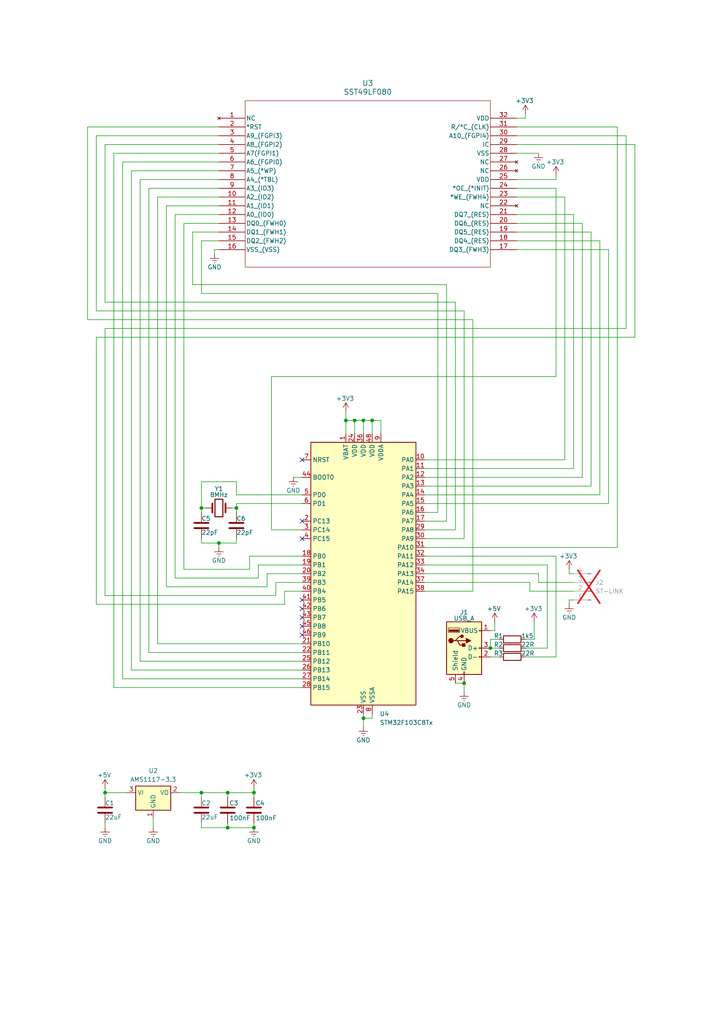
<source format=kicad_sch>
(kicad_sch (version 20231120) (generator "eeschema") (generator_version "8.0")
  (paper "A4" portrait)
  (lib_symbols
    (symbol "39-49-mod1:SST49LF080" (pin_names (offset 0.254))
      (property "Reference" "U" (at 43.18 10.16 0))
      (property "Value" "SST49LF080" (at 43.18 7.62 0))
      (symbol "SST49LF080_0_1"
        (polyline (pts (xy 7.62 -43.18) (xy 78.74 -43.18)) (stroke (width 0.127)))
        (polyline (pts (xy 7.62 5.08) (xy 7.62 -43.18)) (stroke (width 0.127)))
        (polyline (pts (xy 78.74 -43.18) (xy 78.74 5.08)) (stroke (width 0.127)))
        (polyline (pts (xy 78.74 5.08) (xy 7.62 5.08)) (stroke (width 0.127)))
        (pin no_connect line (at 0 0 0) (length 7.62) (name "NC") (number "1"))
        (pin input line (at 0 -22.86 0) (length 7.62) (name "A2_(ID2)") (number "10"))
        (pin input line (at 0 -25.4 0) (length 7.62) (name "A1_(ID1)") (number "11"))
        (pin input line (at 0 -27.94 0) (length 7.62) (name "A0_(ID0)") (number "12"))
        (pin bidirectional line (at 0 -30.48 0) (length 7.62) (name "DQ0_(FWH0)") (number "13"))
        (pin bidirectional line (at 0 -33.02 0) (length 7.62) (name "DQ1_(FWH1)") (number "14"))
        (pin bidirectional line (at 0 -35.56 0) (length 7.62) (name "DQ2_(FWH2)") (number "15"))
        (pin power_in line (at 0 -38.1 0) (length 7.62) (name "VSS_(VSS)") (number "16"))
        (pin bidirectional line (at 86.36 -38.1 180) (length 7.62) (name "DQ3_(FWH3)") (number "17"))
        (pin input line (at 86.36 -35.56 180) (length 7.62) (name "DQ4_(RES)") (number "18"))
        (pin input line (at 86.36 -33.02 180) (length 7.62) (name "DQ5_(RES)") (number "19"))
        (pin input line (at 0 -2.54 0) (length 7.62) (name "*RST") (number "2"))
        (pin input line (at 86.36 -30.48 180) (length 7.62) (name "DQ6_(RES)") (number "20"))
        (pin input line (at 86.36 -27.94 180) (length 7.62) (name "DQ7_(RES)") (number "21"))
        (pin no_connect line (at 86.36 -25.4 180) (length 7.62) (name "NC") (number "22"))
        (pin bidirectional line (at 86.36 -22.86 180) (length 7.62) (name "*WE_(FWH4)") (number "23"))
        (pin input line (at 86.36 -20.32 180) (length 7.62) (name "*OE_(*INIT)") (number "24"))
        (pin power_in line (at 86.36 -17.78 180) (length 7.62) (name "VDD") (number "25"))
        (pin no_connect line (at 86.36 -15.24 180) (length 7.62) (name "NC") (number "26"))
        (pin no_connect line (at 86.36 -12.7 180) (length 7.62) (name "NC") (number "27"))
        (pin power_in line (at 86.36 -10.16 180) (length 7.62) (name "VSS") (number "28"))
        (pin input line (at 86.36 -7.62 180) (length 7.62) (name "IC") (number "29"))
        (pin input line (at 0 -5.08 0) (length 7.62) (name "A9_(FGPI3)") (number "3"))
        (pin input line (at 86.36 -5.08 180) (length 7.62) (name "A10_(FGPI4)") (number "30"))
        (pin input line (at 86.36 -2.54 180) (length 7.62) (name "R/*C_(CLK)") (number "31"))
        (pin power_in line (at 86.36 0 180) (length 7.62) (name "VDD") (number "32"))
        (pin input line (at 0 -7.62 0) (length 7.62) (name "A8_(FGPI2)") (number "4"))
        (pin input line (at 0 -10.16 0) (length 7.62) (name "A7(FGPI1)") (number "5"))
        (pin input line (at 0 -12.7 0) (length 7.62) (name "A6_(FGPI0)") (number "6"))
        (pin input line (at 0 -15.24 0) (length 7.62) (name "A5_(*WP)") (number "7"))
        (pin input line (at 0 -17.78 0) (length 7.62) (name "A4_(*TBL)") (number "8"))
        (pin input line (at 0 -20.32 0) (length 7.62) (name "A3_(ID3)") (number "9"))
      )
    )
    (symbol "Connector:Conn_01x04_Pin" (pin_names (offset 1.016) hide)
      (property "Reference" "J" (at 0 5.08 0))
      (property "Value" "Conn_01x04_Pin" (at 0 -7.62 0))
      (symbol "Conn_01x04_Pin_1_1"
        (polyline (pts (xy 1.27 -5.08) (xy 0.8636 -5.08)) (stroke (width 0.1524)))
        (polyline (pts (xy 1.27 -2.54) (xy 0.8636 -2.54)) (stroke (width 0.1524)))
        (polyline (pts (xy 1.27 0) (xy 0.8636 0)) (stroke (width 0.1524)))
        (polyline (pts (xy 1.27 2.54) (xy 0.8636 2.54)) (stroke (width 0.1524)))
        (rectangle (start 0.8636 -4.953) (end 0 -5.207) (stroke (width 0.1524)) (fill (type outline)))
        (rectangle (start 0.8636 -2.413) (end 0 -2.667) (stroke (width 0.1524)) (fill (type outline)))
        (rectangle (start 0.8636 0.127) (end 0 -0.127) (stroke (width 0.1524)) (fill (type outline)))
        (rectangle (start 0.8636 2.667) (end 0 2.413) (stroke (width 0.1524)) (fill (type outline)))
        (pin passive line (at 5.08 2.54 180) (length 3.81) (name "Pin_1") (number "1"))
        (pin passive line (at 5.08 0 180) (length 3.81) (name "Pin_2") (number "2"))
        (pin passive line (at 5.08 -2.54 180) (length 3.81) (name "Pin_3") (number "3"))
        (pin passive line (at 5.08 -5.08 180) (length 3.81) (name "Pin_4") (number "4"))
      )
    )
    (symbol "Connector:USB_A" (pin_names (offset 1.016))
      (property "Reference" "J" (at -5.08 11.43 0))
      (property "Value" "USB_A" (at -5.08 8.89 0))
      (symbol "USB_A_0_1"
        (rectangle (start -5.08 -7.62) (end 5.08 7.62) (stroke (width 0.254)) (fill (type background)))
        (circle (center -3.81 2.159) (radius 0.635) (stroke (width 0.254)) (fill (type outline)))
        (rectangle (start -1.524 4.826) (end -4.318 5.334) (fill (type outline)))
        (rectangle (start -1.27 4.572) (end -4.572 5.842))
        (circle (center -0.635 3.429) (radius 0.381) (stroke (width 0.254)) (fill (type outline)))
        (rectangle (start -0.127 -7.62) (end 0.127 -6.858))
        (polyline (pts (xy -3.175 2.159) (xy -2.54 2.159) (xy -1.27 3.429) (xy -0.635 3.429)) (stroke (width 0.254)))
        (polyline (pts (xy -2.54 2.159) (xy -1.905 2.159) (xy -1.27 0.889) (xy 0 0.889)) (stroke (width 0.254)))
        (polyline (pts (xy 0.635 2.794) (xy 0.635 1.524) (xy 1.905 2.159) (xy 0.635 2.794)) (stroke (width 0.254)) (fill (type outline)))
        (rectangle (start 0.254 1.27) (end -0.508 0.508) (stroke (width 0.254)) (fill (type outline)))
        (rectangle (start 5.08 -2.667) (end 4.318 -2.413))
        (rectangle (start 5.08 -0.127) (end 4.318 0.127))
        (rectangle (start 5.08 4.953) (end 4.318 5.207))
      )
      (symbol "USB_A_1_1"
        (polyline (pts (xy -1.905 2.159) (xy 0.635 2.159)) (stroke (width 0.254)))
        (pin power_in line (at 7.62 5.08 180) (length 2.54) (name "VBUS") (number "1"))
        (pin bidirectional line (at 7.62 -2.54 180) (length 2.54) (name "D-") (number "2"))
        (pin bidirectional line (at 7.62 0 180) (length 2.54) (name "D+") (number "3"))
        (pin power_in line (at 0 -10.16 90) (length 2.54) (name "GND") (number "4"))
        (pin passive line (at -2.54 -10.16 90) (length 2.54) (name "Shield") (number "5"))
      )
    )
    (symbol "Device:C" (pin_numbers hide) (pin_names (offset 0.254))
      (property "Reference" "C1" (at 3.81 1.2701 0))
      (property "Value" "12pF" (at 3.81 -1.2699 0))
      (symbol "C_0_1"
        (polyline (pts (xy -2.032 -0.762) (xy 2.032 -0.762)) (stroke (width 0.508)))
        (polyline (pts (xy -2.032 0.762) (xy 2.032 0.762)) (stroke (width 0.508)))
      )
      (symbol "C_1_1"
        (pin passive line (at 0 3.81 270) (length 2.794) (name "~") (number "1"))
        (pin passive line (at 0 -3.81 90) (length 2.794) (name "~") (number "2"))
      )
    )
    (symbol "Device:Crystal" (pin_numbers hide) (pin_names (offset 1.016) hide)
      (property "Reference" "Y" (at 0 3.81 0))
      (property "Value" "Crystal" (at 0 -3.81 0))
      (symbol "Crystal_0_1"
        (rectangle (start -1.143 2.54) (end 1.143 -2.54) (stroke (width 0.3048)))
        (polyline (pts (xy -2.54 0) (xy -1.905 0)))
        (polyline (pts (xy -1.905 -1.27) (xy -1.905 1.27)) (stroke (width 0.508)))
        (polyline (pts (xy 1.905 -1.27) (xy 1.905 1.27)) (stroke (width 0.508)))
        (polyline (pts (xy 2.54 0) (xy 1.905 0)))
      )
      (symbol "Crystal_1_1"
        (pin passive line (at -3.81 0 0) (length 1.27) (name "1") (number "1"))
        (pin passive line (at 3.81 0 180) (length 1.27) (name "2") (number "2"))
      )
    )
    (symbol "Device:R" (pin_numbers hide) (pin_names (offset 0))
      (property "Reference" "R" (at 2.032 0 90))
      (property "Value" "R" (at 0 0 90))
      (symbol "R_0_1"
        (rectangle (start -1.016 -2.54) (end 1.016 2.54) (stroke (width 0.254)))
      )
      (symbol "R_1_1"
        (pin passive line (at 0 3.81 270) (length 1.27) (name "~") (number "1"))
        (pin passive line (at 0 -3.81 90) (length 1.27) (name "~") (number "2"))
      )
    )
    (symbol "MCU_ST_STM32F1:STM32F103C8Tx"
      (property "Reference" "U" (at -15.24 39.37 0))
      (property "Value" "STM32F103C8Tx" (at 7.62 39.37 0))
      (symbol "STM32F103C8Tx_0_1"
        (rectangle (start -15.24 -38.1) (end 15.24 38.1) (stroke (width 0.254)) (fill (type background)))
      )
      (symbol "STM32F103C8Tx_1_1"
        (pin power_in line (at -5.08 40.64 270) (length 2.54) (name "VBAT") (number "1"))
        (pin bidirectional line (at 17.78 33.02 180) (length 2.54) (name "PA0") (number "10"))
        (pin bidirectional line (at 17.78 30.48 180) (length 2.54) (name "PA1") (number "11"))
        (pin bidirectional line (at 17.78 27.94 180) (length 2.54) (name "PA2") (number "12"))
        (pin bidirectional line (at 17.78 25.4 180) (length 2.54) (name "PA3") (number "13"))
        (pin bidirectional line (at 17.78 22.86 180) (length 2.54) (name "PA4") (number "14"))
        (pin bidirectional line (at 17.78 20.32 180) (length 2.54) (name "PA5") (number "15"))
        (pin bidirectional line (at 17.78 17.78 180) (length 2.54) (name "PA6") (number "16"))
        (pin bidirectional line (at 17.78 15.24 180) (length 2.54) (name "PA7") (number "17"))
        (pin bidirectional line (at -17.78 5.08 0) (length 2.54) (name "PB0") (number "18"))
        (pin bidirectional line (at -17.78 2.54 0) (length 2.54) (name "PB1") (number "19"))
        (pin bidirectional line (at -17.78 15.24 0) (length 2.54) (name "PC13") (number "2"))
        (pin bidirectional line (at -17.78 0 0) (length 2.54) (name "PB2") (number "20"))
        (pin bidirectional line (at -17.78 -20.32 0) (length 2.54) (name "PB10") (number "21"))
        (pin bidirectional line (at -17.78 -22.86 0) (length 2.54) (name "PB11") (number "22"))
        (pin power_in line (at 0 -40.64 90) (length 2.54) (name "VSS") (number "23"))
        (pin power_in line (at -2.54 40.64 270) (length 2.54) (name "VDD") (number "24"))
        (pin bidirectional line (at -17.78 -25.4 0) (length 2.54) (name "PB12") (number "25"))
        (pin bidirectional line (at -17.78 -27.94 0) (length 2.54) (name "PB13") (number "26"))
        (pin bidirectional line (at -17.78 -30.48 0) (length 2.54) (name "PB14") (number "27"))
        (pin bidirectional line (at -17.78 -33.02 0) (length 2.54) (name "PB15") (number "28"))
        (pin bidirectional line (at 17.78 12.7 180) (length 2.54) (name "PA8") (number "29"))
        (pin bidirectional line (at -17.78 12.7 0) (length 2.54) (name "PC14") (number "3"))
        (pin bidirectional line (at 17.78 10.16 180) (length 2.54) (name "PA9") (number "30"))
        (pin bidirectional line (at 17.78 7.62 180) (length 2.54) (name "PA10") (number "31"))
        (pin bidirectional line (at 17.78 5.08 180) (length 2.54) (name "PA11") (number "32"))
        (pin bidirectional line (at 17.78 2.54 180) (length 2.54) (name "PA12") (number "33"))
        (pin bidirectional line (at 17.78 0 180) (length 2.54) (name "PA13") (number "34"))
        (pin passive line (at 0 -40.64 90) (length 2.54) hide (name "VSS") (number "35"))
        (pin power_in line (at 0 40.64 270) (length 2.54) (name "VDD") (number "36"))
        (pin bidirectional line (at 17.78 -2.54 180) (length 2.54) (name "PA14") (number "37"))
        (pin bidirectional line (at 17.78 -5.08 180) (length 2.54) (name "PA15") (number "38"))
        (pin bidirectional line (at -17.78 -2.54 0) (length 2.54) (name "PB3") (number "39"))
        (pin bidirectional line (at -17.78 10.16 0) (length 2.54) (name "PC15") (number "4"))
        (pin bidirectional line (at -17.78 -5.08 0) (length 2.54) (name "PB4") (number "40"))
        (pin bidirectional line (at -17.78 -7.62 0) (length 2.54) (name "PB5") (number "41"))
        (pin bidirectional line (at -17.78 -10.16 0) (length 2.54) (name "PB6") (number "42"))
        (pin bidirectional line (at -17.78 -12.7 0) (length 2.54) (name "PB7") (number "43"))
        (pin input line (at -17.78 27.94 0) (length 2.54) (name "BOOT0") (number "44"))
        (pin bidirectional line (at -17.78 -15.24 0) (length 2.54) (name "PB8") (number "45"))
        (pin bidirectional line (at -17.78 -17.78 0) (length 2.54) (name "PB9") (number "46"))
        (pin passive line (at 0 -40.64 90) (length 2.54) hide (name "VSS") (number "47"))
        (pin power_in line (at 2.54 40.64 270) (length 2.54) (name "VDD") (number "48"))
        (pin bidirectional line (at -17.78 22.86 0) (length 2.54) (name "PD0") (number "5"))
        (pin bidirectional line (at -17.78 20.32 0) (length 2.54) (name "PD1") (number "6"))
        (pin input line (at -17.78 33.02 0) (length 2.54) (name "NRST") (number "7"))
        (pin power_in line (at 2.54 -40.64 90) (length 2.54) (name "VSSA") (number "8"))
        (pin power_in line (at 5.08 40.64 270) (length 2.54) (name "VDDA") (number "9"))
      )
    )
    (symbol "Regulator_Linear:AMS1117-3.3"
      (property "Reference" "U" (at -3.81 3.175 0))
      (property "Value" "AMS1117-3.3" (at 0 3.175 0))
      (symbol "AMS1117-3.3_0_1"
        (rectangle (start -5.08 -5.08) (end 5.08 1.905) (stroke (width 0.254)) (fill (type background)))
      )
      (symbol "AMS1117-3.3_1_1"
        (pin power_in line (at 0 -7.62 90) (length 2.54) (name "GND") (number "1"))
        (pin power_out line (at 7.62 0 180) (length 2.54) (name "VO") (number "2"))
        (pin power_in line (at -7.62 0 0) (length 2.54) (name "VI") (number "3"))
      )
    )
    (symbol "power:+3.3V" (power) (pin_numbers hide) (pin_names (offset 0) hide)
      (property "Value" "+3.3V" (at 0 3.556 0))
      (symbol "+3.3V_0_1"
        (polyline (pts (xy -0.762 1.27) (xy 0 2.54)))
        (polyline (pts (xy 0 0) (xy 0 2.54)))
        (polyline (pts (xy 0 2.54) (xy 0.762 1.27)))
      )
      (symbol "+3.3V_1_1"
        (pin power_in line (at 0 0 90) (length 0) (name "~") (number "1"))
      )
    )
    (symbol "power:GNDREF" (power) (pin_numbers hide) (pin_names (offset 0) hide)
      (property "Value" "GNDREF" (at 0 -3.81 0))
      (symbol "GNDREF_0_1"
        (polyline (pts (xy -0.635 -1.905) (xy 0.635 -1.905)))
        (polyline (pts (xy -0.127 -2.54) (xy 0.127 -2.54)))
        (polyline (pts (xy 0 -1.27) (xy 0 0)))
        (polyline (pts (xy 1.27 -1.27) (xy -1.27 -1.27)))
      )
      (symbol "GNDREF_1_1"
        (pin power_in line (at 0 0 270) (length 0) (name "~") (number "1"))
      )
    )
  )
  (junction (at 30.48 229.87))
  (junction (at 134.62 198.12))
  (junction (at 73.66 240.03))
  (junction (at 73.66 229.87))
  (junction (at 107.95 121.92))
  (junction (at 66.04 229.87))
  (junction (at 100.33 121.92))
  (junction (at 58.42 229.87))
  (junction (at 66.04 240.03))
  (junction (at 102.87 121.92))
  (junction (at 68.58 147.32))
  (junction (at 142.24 187.96))
  (junction (at 63.5 157.48))
  (junction (at 58.42 147.32))
  (junction (at 105.41 208.28))
  (junction (at 105.41 121.92))
  (no_connect (at 87.63 184.15))
  (no_connect (at 87.63 151.13))
  (no_connect (at 87.63 181.61))
  (no_connect (at 87.63 176.53))
  (no_connect (at 87.63 173.99))
  (no_connect (at 87.63 133.35))
  (no_connect (at 87.63 156.21))
  (no_connect (at 87.63 179.07))
  (wire (pts (xy 154.94 180.34) (xy 154.94 185.42)))
  (wire (pts (xy 152.4 34.29) (xy 152.4 33.02)))
  (wire (pts (xy 43.18 189.23) (xy 43.18 54.61)))
  (wire (pts (xy 74.93 167.64) (xy 74.93 163.83)))
  (wire (pts (xy 173.99 69.85) (xy 149.86 69.85)))
  (wire (pts (xy 144.78 185.42) (xy 142.24 185.42)))
  (wire (pts (xy 161.29 161.29) (xy 123.19 161.29)))
  (wire (pts (xy 166.37 168.91) (xy 156.21 168.91)))
  (wire (pts (xy 184.15 41.91) (xy 149.86 41.91)))
  (wire (pts (xy 68.58 157.48) (xy 68.58 156.21)))
  (wire (pts (xy 123.19 171.45) (xy 137.16 171.45)))
  (wire (pts (xy 30.48 172.72) (xy 80.01 172.72)))
  (wire (pts (xy 63.5 72.39) (xy 62.23 72.39)))
  (wire (pts (xy 55.88 67.31) (xy 55.88 82.55)))
  (wire (pts (xy 50.8 167.64) (xy 74.93 167.64)))
  (wire (pts (xy 132.08 198.12) (xy 134.62 198.12)))
  (wire (pts (xy 100.33 121.92) (xy 100.33 125.73)))
  (wire (pts (xy 30.48 41.91) (xy 30.48 87.63)))
  (wire (pts (xy 102.87 121.92) (xy 100.33 121.92)))
  (wire (pts (xy 123.19 143.51) (xy 173.99 143.51)))
  (wire (pts (xy 107.95 121.92) (xy 107.95 125.73)))
  (wire (pts (xy 68.58 147.32) (xy 68.58 148.59)))
  (wire (pts (xy 110.49 121.92) (xy 107.95 121.92)))
  (wire (pts (xy 152.4 190.5) (xy 161.29 190.5)))
  (wire (pts (xy 40.64 191.77) (xy 40.64 52.07)))
  (wire (pts (xy 107.95 207.01) (xy 107.95 208.28)))
  (wire (pts (xy 59.69 147.32) (xy 58.42 147.32)))
  (wire (pts (xy 40.64 191.77) (xy 87.63 191.77)))
  (wire (pts (xy 163.83 133.35) (xy 163.83 57.15)))
  (wire (pts (xy 137.16 171.45) (xy 137.16 92.71)))
  (wire (pts (xy 161.29 109.22) (xy 78.74 109.22)))
  (wire (pts (xy 105.41 208.28) (xy 105.41 210.82)))
  (wire (pts (xy 158.75 163.83) (xy 123.19 163.83)))
  (wire (pts (xy 66.04 240.03) (xy 58.42 240.03)))
  (wire (pts (xy 30.48 229.87) (xy 36.83 229.87)))
  (wire (pts (xy 105.41 121.92) (xy 102.87 121.92)))
  (wire (pts (xy 50.8 62.23) (xy 63.5 62.23)))
  (wire (pts (xy 38.1 49.53) (xy 38.1 194.31)))
  (wire (pts (xy 67.31 147.32) (xy 68.58 147.32)))
  (wire (pts (xy 123.19 135.89) (xy 166.37 135.89)))
  (wire (pts (xy 25.4 36.83) (xy 63.5 36.83)))
  (wire (pts (xy 132.08 87.63) (xy 132.08 153.67)))
  (wire (pts (xy 123.19 140.97) (xy 171.45 140.97)))
  (wire (pts (xy 82.55 171.45) (xy 87.63 171.45)))
  (wire (pts (xy 166.37 135.89) (xy 166.37 62.23)))
  (wire (pts (xy 149.86 52.07) (xy 161.29 52.07)))
  (wire (pts (xy 78.74 109.22) (xy 78.74 153.67)))
  (wire (pts (xy 58.42 69.85) (xy 63.5 69.85)))
  (wire (pts (xy 123.19 133.35) (xy 163.83 133.35)))
  (wire (pts (xy 127 85.09) (xy 58.42 85.09)))
  (wire (pts (xy 48.26 170.18) (xy 48.26 59.69)))
  (wire (pts (xy 35.56 46.99) (xy 63.5 46.99)))
  (wire (pts (xy 58.42 229.87) (xy 52.07 229.87)))
  (wire (pts (xy 43.18 54.61) (xy 63.5 54.61)))
  (wire (pts (xy 27.94 175.26) (xy 82.55 175.26)))
  (wire (pts (xy 142.24 187.96) (xy 144.78 187.96)))
  (wire (pts (xy 68.58 146.05) (xy 68.58 147.32)))
  (wire (pts (xy 156.21 168.91) (xy 156.21 166.37)))
  (wire (pts (xy 176.53 146.05) (xy 176.53 72.39)))
  (wire (pts (xy 181.61 39.37) (xy 149.86 39.37)))
  (wire (pts (xy 30.48 229.87) (xy 30.48 231.14)))
  (wire (pts (xy 179.07 36.83) (xy 149.86 36.83)))
  (wire (pts (xy 66.04 229.87) (xy 58.42 229.87)))
  (wire (pts (xy 68.58 143.51) (xy 68.58 139.7)))
  (wire (pts (xy 55.88 82.55) (xy 129.54 82.55)))
  (wire (pts (xy 149.86 34.29) (xy 152.4 34.29)))
  (wire (pts (xy 30.48 95.25) (xy 181.61 95.25)))
  (wire (pts (xy 143.51 182.88) (xy 142.24 182.88)))
  (wire (pts (xy 127 148.59) (xy 127 85.09)))
  (wire (pts (xy 158.75 187.96) (xy 158.75 163.83)))
  (wire (pts (xy 35.56 196.85) (xy 35.56 46.99)))
  (wire (pts (xy 123.19 148.59) (xy 127 148.59)))
  (wire (pts (xy 72.39 165.1) (xy 72.39 161.29)))
  (wire (pts (xy 163.83 57.15) (xy 149.86 57.15)))
  (wire (pts (xy 78.74 153.67) (xy 87.63 153.67)))
  (wire (pts (xy 161.29 190.5) (xy 161.29 161.29)))
  (wire (pts (xy 171.45 67.31) (xy 149.86 67.31)))
  (wire (pts (xy 63.5 41.91) (xy 30.48 41.91)))
  (wire (pts (xy 152.4 187.96) (xy 158.75 187.96)))
  (wire (pts (xy 73.66 240.03) (xy 66.04 240.03)))
  (wire (pts (xy 58.42 240.03) (xy 58.42 238.76)))
  (wire (pts (xy 45.72 186.69) (xy 87.63 186.69)))
  (wire (pts (xy 166.37 62.23) (xy 149.86 62.23)))
  (wire (pts (xy 129.54 151.13) (xy 123.19 151.13)))
  (wire (pts (xy 168.91 64.77) (xy 149.86 64.77)))
  (wire (pts (xy 171.45 140.97) (xy 171.45 67.31)))
  (wire (pts (xy 58.42 156.21) (xy 58.42 157.48)))
  (wire (pts (xy 45.72 57.15) (xy 63.5 57.15)))
  (wire (pts (xy 153.67 168.91) (xy 123.19 168.91)))
  (wire (pts (xy 40.64 52.07) (xy 63.5 52.07)))
  (wire (pts (xy 107.95 121.92) (xy 105.41 121.92)))
  (wire (pts (xy 73.66 229.87) (xy 66.04 229.87)))
  (wire (pts (xy 80.01 172.72) (xy 80.01 168.91)))
  (wire (pts (xy 143.51 180.34) (xy 143.51 182.88)))
  (wire (pts (xy 58.42 229.87) (xy 58.42 231.14)))
  (wire (pts (xy 154.94 185.42) (xy 152.4 185.42)))
  (wire (pts (xy 63.5 67.31) (xy 55.88 67.31)))
  (wire (pts (xy 165.1 166.37) (xy 166.37 166.37)))
  (wire (pts (xy 123.19 138.43) (xy 168.91 138.43)))
  (wire (pts (xy 66.04 238.76) (xy 66.04 240.03)))
  (wire (pts (xy 134.62 90.17) (xy 27.94 90.17)))
  (wire (pts (xy 53.34 165.1) (xy 72.39 165.1)))
  (wire (pts (xy 72.39 161.29) (xy 87.63 161.29)))
  (wire (pts (xy 30.48 228.6) (xy 30.48 229.87)))
  (wire (pts (xy 58.42 139.7) (xy 58.42 147.32)))
  (wire (pts (xy 149.86 54.61) (xy 161.29 54.61)))
  (wire (pts (xy 105.41 121.92) (xy 105.41 125.73)))
  (wire (pts (xy 48.26 170.18) (xy 77.47 170.18)))
  (wire (pts (xy 33.02 44.45) (xy 33.02 199.39)))
  (wire (pts (xy 68.58 143.51) (xy 87.63 143.51)))
  (wire (pts (xy 63.5 49.53) (xy 38.1 49.53)))
  (wire (pts (xy 27.94 97.79) (xy 184.15 97.79)))
  (wire (pts (xy 58.42 157.48) (xy 63.5 157.48)))
  (wire (pts (xy 30.48 172.72) (xy 30.48 95.25)))
  (wire (pts (xy 80.01 168.91) (xy 87.63 168.91)))
  (wire (pts (xy 142.24 190.5) (xy 144.78 190.5)))
  (wire (pts (xy 161.29 52.07) (xy 161.29 50.8)))
  (wire (pts (xy 38.1 194.31) (xy 87.63 194.31)))
  (wire (pts (xy 105.41 207.01) (xy 105.41 208.28)))
  (wire (pts (xy 77.47 166.37) (xy 87.63 166.37)))
  (wire (pts (xy 77.47 170.18) (xy 77.47 166.37)))
  (wire (pts (xy 73.66 238.76) (xy 73.66 240.03)))
  (wire (pts (xy 156.21 166.37) (xy 123.19 166.37)))
  (wire (pts (xy 30.48 238.76) (xy 30.48 240.03)))
  (wire (pts (xy 74.93 163.83) (xy 87.63 163.83)))
  (wire (pts (xy 68.58 146.05) (xy 87.63 146.05)))
  (wire (pts (xy 44.45 237.49) (xy 44.45 240.03)))
  (wire (pts (xy 166.37 171.45) (xy 153.67 171.45)))
  (wire (pts (xy 110.49 125.73) (xy 110.49 121.92)))
  (wire (pts (xy 176.53 72.39) (xy 149.86 72.39)))
  (wire (pts (xy 129.54 82.55) (xy 129.54 151.13)))
  (wire (pts (xy 35.56 196.85) (xy 87.63 196.85)))
  (wire (pts (xy 137.16 92.71) (xy 25.4 92.71)))
  (wire (pts (xy 165.1 165.1) (xy 165.1 166.37)))
  (wire (pts (xy 53.34 165.1) (xy 53.34 64.77)))
  (wire (pts (xy 123.19 156.21) (xy 134.62 156.21)))
  (wire (pts (xy 48.26 59.69) (xy 63.5 59.69)))
  (wire (pts (xy 63.5 157.48) (xy 63.5 158.75)))
  (wire (pts (xy 134.62 156.21) (xy 134.62 90.17)))
  (wire (pts (xy 66.04 229.87) (xy 66.04 231.14)))
  (wire (pts (xy 179.07 158.75) (xy 179.07 36.83)))
  (wire (pts (xy 53.34 64.77) (xy 63.5 64.77)))
  (wire (pts (xy 43.18 189.23) (xy 87.63 189.23)))
  (wire (pts (xy 132.08 153.67) (xy 123.19 153.67)))
  (wire (pts (xy 58.42 85.09) (xy 58.42 69.85)))
  (wire (pts (xy 134.62 198.12) (xy 134.62 200.66)))
  (wire (pts (xy 142.24 185.42) (xy 142.24 187.96)))
  (wire (pts (xy 123.19 146.05) (xy 176.53 146.05)))
  (wire (pts (xy 27.94 39.37) (xy 63.5 39.37)))
  (wire (pts (xy 45.72 186.69) (xy 45.72 57.15)))
  (wire (pts (xy 153.67 171.45) (xy 153.67 168.91)))
  (wire (pts (xy 107.95 208.28) (xy 105.41 208.28)))
  (wire (pts (xy 63.5 157.48) (xy 68.58 157.48)))
  (wire (pts (xy 68.58 139.7) (xy 58.42 139.7)))
  (wire (pts (xy 123.19 158.75) (xy 179.07 158.75)))
  (wire (pts (xy 161.29 54.61) (xy 161.29 109.22)))
  (wire (pts (xy 25.4 92.71) (xy 25.4 36.83)))
  (wire (pts (xy 102.87 121.92) (xy 102.87 125.73)))
  (wire (pts (xy 30.48 87.63) (xy 132.08 87.63)))
  (wire (pts (xy 165.1 173.99) (xy 165.1 175.26)))
  (wire (pts (xy 62.23 72.39) (xy 62.23 73.66)))
  (wire (pts (xy 50.8 167.64) (xy 50.8 62.23)))
  (wire (pts (xy 82.55 175.26) (xy 82.55 171.45)))
  (wire (pts (xy 184.15 97.79) (xy 184.15 41.91)))
  (wire (pts (xy 173.99 143.51) (xy 173.99 69.85)))
  (wire (pts (xy 27.94 90.17) (xy 27.94 39.37)))
  (wire (pts (xy 27.94 175.26) (xy 27.94 97.79)))
  (wire (pts (xy 73.66 228.6) (xy 73.66 229.87)))
  (wire (pts (xy 100.33 119.38) (xy 100.33 121.92)))
  (wire (pts (xy 33.02 199.39) (xy 87.63 199.39)))
  (wire (pts (xy 73.66 231.14) (xy 73.66 229.87)))
  (wire (pts (xy 58.42 147.32) (xy 58.42 148.59)))
  (wire (pts (xy 168.91 138.43) (xy 168.91 64.77)))
  (wire (pts (xy 63.5 44.45) (xy 33.02 44.45)))
  (wire (pts (xy 149.86 44.45) (xy 156.21 44.45)))
  (wire (pts (xy 166.37 173.99) (xy 165.1 173.99)))
  (wire (pts (xy 85.09 138.43) (xy 87.63 138.43)))
  (wire (pts (xy 181.61 95.25) (xy 181.61 39.37)))
  (symbol (lib_id "Regulator_Linear:AMS1117-3.3") (at 44.45 229.87 0) (unit 1)
    (property "Reference" "U2" (at 44.45 223.52 0))
    (property "Value" "AMS1117-3.3" (at 44.45 226.06 0))
    (property "Footprint" "Package_TO_SOT_SMD:SOT-223-3_TabPin2" (effects (hide yes)))
    (property "Datasheet" "http://www.advanced-monolithic.com/pdf/ds1117.pdf" (effects (hide yes)))
    (property "Description" "1A Low Dropout regulator, positive, 3.3V fixed output, SOT-223" (effects (hide yes)))
  )
  (symbol (lib_id "power:+3.3V") (at 165.1 165.1 0) (unit 1)
    (property "Reference" "#PWR014" (effects (hide yes)))
    (property "Value" "+3V3" (at 164.846 161.29 0))
    (property "Description" "Power symbol creates a global label with name \"+3.3V\"" (effects (hide yes)))
  )
  (symbol (lib_id "power:+3.3V") (at 161.29 50.8 0) (unit 1)
    (property "Reference" "#PWR018" (effects (hide yes)))
    (property "Value" "+3V3" (at 161.036 46.99 0))
    (property "Description" "Power symbol creates a global label with name \"+3.3V\"" (effects (hide yes)))
  )
  (symbol (lib_id "Device:C") (at 66.04 234.95 180) (unit 1)
    (property "Reference" "C3" (at 67.818 232.918 0))
    (property "Value" "100nF" (at 69.596 237.236 0))
    (property "Footprint" "Capacitor_SMD:C_0805_2012Metric" (effects (hide yes)))
    (property "Description" "Unpolarized capacitor" (effects (hide yes)))
    (property "LCSC PN" "C14663" (effects (hide yes)))
    (property "MF PN" "CC0603KRX7R9BB104" (effects (hide yes)))
  )
  (symbol (lib_id "Device:C") (at 68.58 152.4 0) (unit 1)
    (property "Reference" "C6" (at 68.58 150.368 0) (effects (justify left)))
    (property "Value" "22pF" (at 68.58 154.432 0) (effects (justify left)))
    (property "Footprint" "Capacitor_SMD:C_0805_2012Metric" (effects (hide yes)))
    (property "Description" "Unpolarized capacitor" (effects (hide yes)))
  )
  (symbol (lib_id "Device:R") (at 148.59 190.5 270) (unit 1)
    (property "Reference" "R3" (at 143.256 189.484 90) (effects (justify left)))
    (property "Value" "22R" (at 151.13 189.484 90) (effects (justify left)))
    (property "Footprint" "Resistor_SMD:R_0805_2012Metric" (effects (hide yes)))
    (property "Description" "Resistor" (effects (hide yes)))
  )
  (symbol (lib_id "MCU_ST_STM32F1:STM32F103C8Tx") (at 105.41 166.37 0) (unit 1)
    (property "Reference" "U4" (at 110.1441 207.01 0) (effects (justify left)))
    (property "Value" "STM32F103C8Tx" (at 110.1441 209.55 0) (effects (justify left)))
    (property "Footprint" "Package_QFP:LQFP-48_7x7mm_P0.5mm" (effects (hide yes)))
    (property "Datasheet" "https://www.st.com/resource/en/datasheet/stm32f103c8.pdf" (effects (hide yes)))
    (property "Description" "STMicroelectronics Arm Cortex-M3 MCU, 64KB flash, 20KB RAM, 72 MHz, 2.0-3.6V, 37 GPIO, LQFP48" (effects (hide yes)))
  )
  (symbol (lib_id "power:+3.3V") (at 152.4 33.02 0) (unit 1)
    (property "Reference" "#PWR017" (effects (hide yes)))
    (property "Value" "+3V3" (at 152.146 29.21 0))
    (property "Description" "Power symbol creates a global label with name \"+3.3V\"" (effects (hide yes)))
  )
  (symbol (lib_id "power:GNDREF") (at 85.09 138.43 0) (unit 1)
    (property "Reference" "#PWR015" (effects (hide yes)))
    (property "Value" "GND" (at 85.09 142.24 0))
    (property "Description" "Power symbol creates a global label with name \"GNDREF\" , reference supply ground" (effects (hide yes)))
  )
  (symbol (lib_id "Device:R") (at 148.59 185.42 270) (unit 1)
    (property "Reference" "R1" (at 143.256 184.404 90) (effects (justify left)))
    (property "Value" "1k5" (at 151.13 184.404 90) (effects (justify left)))
    (property "Footprint" "Resistor_SMD:R_0805_2012Metric" (effects (hide yes)))
    (property "Description" "Resistor" (effects (hide yes)))
  )
  (symbol (lib_id "power:+3.3V") (at 100.33 119.38 0) (unit 1)
    (property "Reference" "#PWR08" (effects (hide yes)))
    (property "Value" "+3V3" (at 100.076 115.57 0))
    (property "Description" "Power symbol creates a global label with name \"+3.3V\"" (effects (hide yes)))
  )
  (symbol (lib_id "power:+3.3V") (at 154.94 180.34 0) (unit 1)
    (property "Reference" "#PWR010" (effects (hide yes)))
    (property "Value" "+3V3" (at 154.686 176.53 0))
    (property "Description" "Power symbol creates a global label with name \"+3.3V\"" (effects (hide yes)))
  )
  (symbol (lib_id "Device:C") (at 58.42 234.95 0) (unit 1)
    (property "Reference" "C2" (at 58.42 232.918 0) (effects (justify left)))
    (property "Value" "22uF" (at 58.42 236.982 0) (effects (justify left)))
    (property "Footprint" "Capacitor_SMD:C_0805_2012Metric" (effects (hide yes)))
    (property "Description" "Unpolarized capacitor" (effects (hide yes)))
  )
  (symbol (lib_id "Connector:Conn_01x04_Pin") (at 171.45 171.45 180) (unit 1) (dnp yes)
    (property "Reference" "J2" (at 172.72 168.9099 0) (effects (justify right)))
    (property "Value" "ST-LINK" (at 172.72 171.4499 0) (effects (justify right)))
    (property "Footprint" "Connector_PinHeader_2.54mm:PinHeader_1x04_P2.54mm_Vertical" (effects (hide yes)))
    (property "Description" "Generic connector, single row, 01x04, script generated" (effects (hide yes)))
  )
  (symbol (lib_id "power:GNDREF") (at 134.62 200.66 0) (unit 1)
    (property "Reference" "#PWR01" (effects (hide yes)))
    (property "Value" "GND" (at 134.62 204.47 0))
    (property "Description" "Power symbol creates a global label with name \"GNDREF\" , reference supply ground" (effects (hide yes)))
  )
  (symbol (lib_id "power:GNDREF") (at 44.45 240.03 0) (unit 1)
    (property "Reference" "#PWR05" (effects (hide yes)))
    (property "Value" "GND" (at 44.45 243.84 0))
    (property "Description" "Power symbol creates a global label with name \"GNDREF\" , reference supply ground" (effects (hide yes)))
  )
  (symbol (lib_id "power:+3.3V") (at 30.48 228.6 0) (unit 1)
    (property "Reference" "#PWR02" (effects (hide yes)))
    (property "Value" "+5V" (at 30.226 224.79 0))
    (property "Description" "Power symbol creates a global label with name \"+3.3V\"" (effects (hide yes)))
  )
  (symbol (lib_id "39-49-mod1:SST49LF080") (at 63.5 34.29 0) (unit 1)
    (property "Reference" "U3" (at 106.68 24.13 0) (effects (font (size 1.524 1.524))))
    (property "Value" "SST49LF080" (at 106.68 26.67 0) (effects (font (size 1.524 1.524))))
    (property "Footprint" "PLCC32_NH_SST_MCH" (effects (hide yes)))
    (property "Datasheet" "SST49LF080A-33-4C-NHE-T" (effects (hide yes)))
  )
  (symbol (lib_id "Device:C") (at 58.42 152.4 0) (unit 1)
    (property "Reference" "C5" (at 58.42 150.368 0) (effects (justify left)))
    (property "Value" "22pF" (at 58.42 154.432 0) (effects (justify left)))
    (property "Footprint" "Capacitor_SMD:C_0805_2012Metric" (effects (hide yes)))
    (property "Description" "Unpolarized capacitor" (effects (hide yes)))
  )
  (symbol (lib_id "power:GNDREF") (at 165.1 175.26 0) (unit 1)
    (property "Reference" "#PWR013" (effects (hide yes)))
    (property "Value" "GND" (at 165.1 179.07 0))
    (property "Description" "Power symbol creates a global label with name \"GNDREF\" , reference supply ground" (effects (hide yes)))
  )
  (symbol (lib_id "power:GNDREF") (at 105.41 210.82 0) (unit 1)
    (property "Reference" "#PWR06" (effects (hide yes)))
    (property "Value" "GND" (at 105.41 214.63 0))
    (property "Description" "Power symbol creates a global label with name \"GNDREF\" , reference supply ground" (effects (hide yes)))
  )
  (symbol (lib_id "power:GNDREF") (at 62.23 73.66 0) (unit 1)
    (property "Reference" "#PWR012" (effects (hide yes)))
    (property "Value" "GND" (at 62.23 77.47 0))
    (property "Description" "Power symbol creates a global label with name \"GNDREF\" , reference supply ground" (effects (hide yes)))
  )
  (symbol (lib_id "Device:C") (at 73.66 234.95 180) (unit 1)
    (property "Reference" "C4" (at 75.438 232.918 0))
    (property "Value" "100nF" (at 77.216 237.236 0))
    (property "Footprint" "Capacitor_SMD:C_0805_2012Metric" (effects (hide yes)))
    (property "Description" "Unpolarized capacitor" (effects (hide yes)))
    (property "LCSC PN" "C14663" (effects (hide yes)))
    (property "MF PN" "CC0603KRX7R9BB104" (effects (hide yes)))
  )
  (symbol (lib_id "power:GNDREF") (at 73.66 240.03 0) (unit 1)
    (property "Reference" "#PWR09" (effects (hide yes)))
    (property "Value" "GND" (at 73.66 243.84 0))
    (property "Description" "Power symbol creates a global label with name \"GNDREF\" , reference supply ground" (effects (hide yes)))
  )
  (symbol (lib_id "power:+3.3V") (at 73.66 228.6 0) (unit 1)
    (property "Reference" "#PWR07" (effects (hide yes)))
    (property "Value" "+3V3" (at 73.406 224.79 0))
    (property "Description" "Power symbol creates a global label with name \"+3.3V\"" (effects (hide yes)))
  )
  (symbol (lib_id "Device:C") (at 30.48 234.95 0) (unit 1)
    (property "Reference" "C1" (at 30.48 232.918 0) (effects (justify left)))
    (property "Value" "22uF" (at 30.48 236.982 0) (effects (justify left)))
    (property "Footprint" "Capacitor_SMD:C_0805_2012Metric" (effects (hide yes)))
    (property "Description" "Unpolarized capacitor" (effects (hide yes)))
  )
  (symbol (lib_id "Device:Crystal") (at 63.5 147.32 0) (unit 1)
    (property "Reference" "Y1" (at 63.5 141.732 0))
    (property "Value" "8MHz" (at 63.5 143.51 0))
    (property "Footprint" "Crystal:Crystal_HC49-U_Vertical" (effects (hide yes)))
    (property "Description" "Two pin crystal" (effects (hide yes)))
  )
  (symbol (lib_id "Connector:USB_A") (at 134.62 187.96 0) (unit 1)
    (property "Reference" "J1" (at 134.62 177.546 0))
    (property "Value" "USB_A" (at 134.62 179.324 0))
    (property "Footprint" "Connector_USB:USB_A_CNCTech_1001-011-01101_Horizontal" (effects (hide yes)))
    (property "Description" "USB Type A connector" (effects (hide yes)))
  )
  (symbol (lib_id "power:+3.3V") (at 143.51 180.34 0) (unit 1)
    (property "Reference" "#PWR04" (effects (hide yes)))
    (property "Value" "+5V" (at 143.256 176.53 0))
    (property "Description" "Power symbol creates a global label with name \"+3.3V\"" (effects (hide yes)))
  )
  (symbol (lib_id "power:GNDREF") (at 156.21 44.45 0) (unit 1)
    (property "Reference" "#PWR016" (effects (hide yes)))
    (property "Value" "GND" (at 156.21 48.26 0))
    (property "Description" "Power symbol creates a global label with name \"GNDREF\" , reference supply ground" (effects (hide yes)))
  )
  (symbol (lib_id "Device:R") (at 148.59 187.96 270) (unit 1)
    (property "Reference" "R2" (at 143.256 186.944 90) (effects (justify left)))
    (property "Value" "22R" (at 151.13 186.944 90) (effects (justify left)))
    (property "Footprint" "Resistor_SMD:R_0805_2012Metric" (effects (hide yes)))
    (property "Description" "Resistor" (effects (hide yes)))
  )
  (symbol (lib_id "power:GNDREF") (at 63.5 158.75 0) (unit 1)
    (property "Reference" "#PWR011" (effects (hide yes)))
    (property "Value" "GND" (at 63.5 162.56 0))
    (property "Description" "Power symbol creates a global label with name \"GNDREF\" , reference supply ground" (effects (hide yes)))
  )
  (symbol (lib_id "power:GNDREF") (at 30.48 240.03 0) (unit 1)
    (property "Reference" "#PWR03" (effects (hide yes)))
    (property "Value" "GND" (at 30.48 243.84 0))
    (property "Description" "Power symbol creates a global label with name \"GNDREF\" , reference supply ground" (effects (hide yes)))
  )
)
</source>
